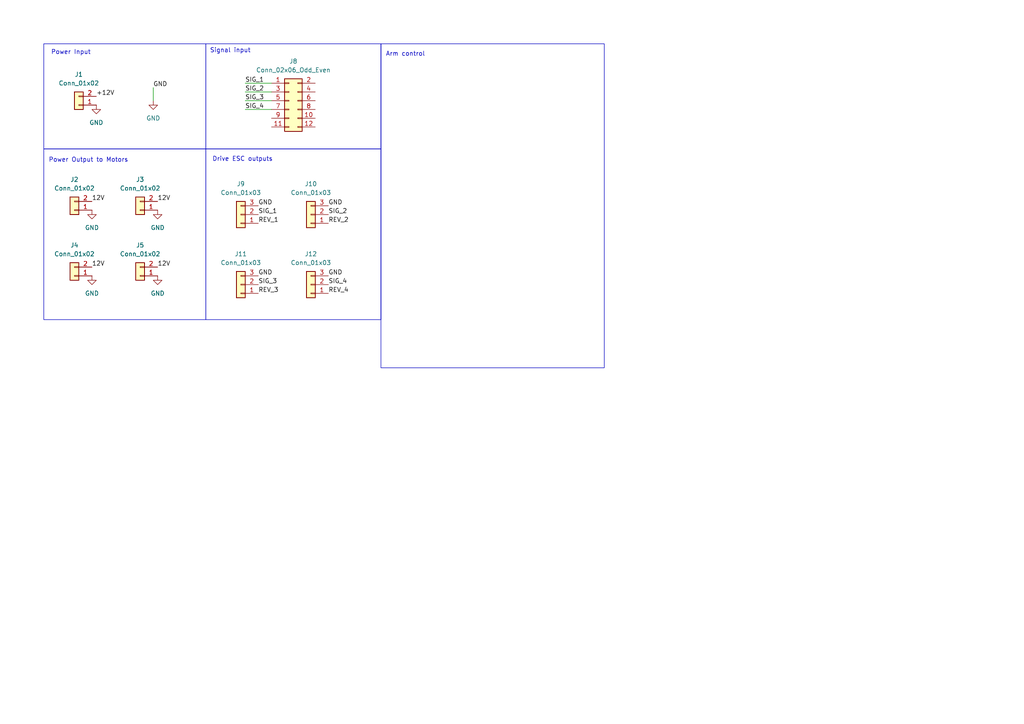
<source format=kicad_sch>
(kicad_sch (version 20231120) (generator "eeschema") (generator_version "8.0")
  (paper "A4")
  (lib_symbols
    (symbol "Connector_Generic:Conn_01x02" (pin_names (offset 1.016) hide)
      (property "Reference" "J" (at 0 2.54 0))
      (property "Value" "Conn_01x02" (at 0 -5.08 0))
      (symbol "Conn_01x02_1_1"
        (rectangle (start -1.27 -2.413) (end 0 -2.667) (stroke (width 0.1524)))
        (rectangle (start -1.27 0.127) (end 0 -0.127) (stroke (width 0.1524)))
        (rectangle (start -1.27 1.27) (end 1.27 -3.81) (stroke (width 0.254)) (fill (type background)))
        (pin passive line (at -5.08 0 0) (length 3.81) (name "Pin_1") (number "1"))
        (pin passive line (at -5.08 -2.54 0) (length 3.81) (name "Pin_2") (number "2"))
      )
    )
    (symbol "Connector_Generic:Conn_01x03" (pin_names (offset 1.016) hide)
      (property "Reference" "J" (at 0 5.08 0))
      (property "Value" "Conn_01x03" (at 0 -5.08 0))
      (symbol "Conn_01x03_1_1"
        (rectangle (start -1.27 -2.413) (end 0 -2.667) (stroke (width 0.1524)))
        (rectangle (start -1.27 0.127) (end 0 -0.127) (stroke (width 0.1524)))
        (rectangle (start -1.27 2.667) (end 0 2.413) (stroke (width 0.1524)))
        (rectangle (start -1.27 3.81) (end 1.27 -3.81) (stroke (width 0.254)) (fill (type background)))
        (pin passive line (at -5.08 2.54 0) (length 3.81) (name "Pin_1") (number "1"))
        (pin passive line (at -5.08 0 0) (length 3.81) (name "Pin_2") (number "2"))
        (pin passive line (at -5.08 -2.54 0) (length 3.81) (name "Pin_3") (number "3"))
      )
    )
    (symbol "Connector_Generic:Conn_02x06_Odd_Even" (pin_names (offset 1.016) hide)
      (property "Reference" "J" (at 1.27 7.62 0))
      (property "Value" "Conn_02x06_Odd_Even" (at 1.27 -10.16 0))
      (symbol "Conn_02x06_Odd_Even_1_1"
        (rectangle (start -1.27 -7.493) (end 0 -7.747) (stroke (width 0.1524)))
        (rectangle (start -1.27 -4.953) (end 0 -5.207) (stroke (width 0.1524)))
        (rectangle (start -1.27 -2.413) (end 0 -2.667) (stroke (width 0.1524)))
        (rectangle (start -1.27 0.127) (end 0 -0.127) (stroke (width 0.1524)))
        (rectangle (start -1.27 2.667) (end 0 2.413) (stroke (width 0.1524)))
        (rectangle (start -1.27 5.207) (end 0 4.953) (stroke (width 0.1524)))
        (rectangle (start -1.27 6.35) (end 3.81 -8.89) (stroke (width 0.254)) (fill (type background)))
        (rectangle (start 3.81 -7.493) (end 2.54 -7.747) (stroke (width 0.1524)))
        (rectangle (start 3.81 -4.953) (end 2.54 -5.207) (stroke (width 0.1524)))
        (rectangle (start 3.81 -2.413) (end 2.54 -2.667) (stroke (width 0.1524)))
        (rectangle (start 3.81 0.127) (end 2.54 -0.127) (stroke (width 0.1524)))
        (rectangle (start 3.81 2.667) (end 2.54 2.413) (stroke (width 0.1524)))
        (rectangle (start 3.81 5.207) (end 2.54 4.953) (stroke (width 0.1524)))
        (pin passive line (at -5.08 5.08 0) (length 3.81) (name "Pin_1") (number "1"))
        (pin passive line (at 7.62 -5.08 180) (length 3.81) (name "Pin_10") (number "10"))
        (pin passive line (at -5.08 -7.62 0) (length 3.81) (name "Pin_11") (number "11"))
        (pin passive line (at 7.62 -7.62 180) (length 3.81) (name "Pin_12") (number "12"))
        (pin passive line (at 7.62 5.08 180) (length 3.81) (name "Pin_2") (number "2"))
        (pin passive line (at -5.08 2.54 0) (length 3.81) (name "Pin_3") (number "3"))
        (pin passive line (at 7.62 2.54 180) (length 3.81) (name "Pin_4") (number "4"))
        (pin passive line (at -5.08 0 0) (length 3.81) (name "Pin_5") (number "5"))
        (pin passive line (at 7.62 0 180) (length 3.81) (name "Pin_6") (number "6"))
        (pin passive line (at -5.08 -2.54 0) (length 3.81) (name "Pin_7") (number "7"))
        (pin passive line (at 7.62 -2.54 180) (length 3.81) (name "Pin_8") (number "8"))
        (pin passive line (at -5.08 -5.08 0) (length 3.81) (name "Pin_9") (number "9"))
      )
    )
    (symbol "power:GND" (power) (pin_numbers hide) (pin_names (offset 0) hide)
      (property "Value" "GND" (at 0 -3.81 0))
      (symbol "GND_0_1"
        (polyline (pts (xy 0 0) (xy 0 -1.27) (xy 1.27 -1.27) (xy 0 -2.54) (xy -1.27 -1.27) (xy 0 -1.27)))
      )
      (symbol "GND_1_1"
        (pin power_in line (at 0 0 270) (length 0) (name "~") (number "1"))
      )
    )
  )
  (wire (pts (xy 71.12 29.21) (xy 78.74 29.21)))
  (wire (pts (xy 71.12 26.67) (xy 78.74 26.67)))
  (wire (pts (xy 71.12 24.13) (xy 78.74 24.13)))
  (wire (pts (xy 44.45 25.4) (xy 44.45 29.21)))
  (wire (pts (xy 71.12 31.75) (xy 78.74 31.75)))
  (rectangle (start 59.69 12.7) (end 110.49 43.18))
  (rectangle (start 12.7 43.18) (end 59.69 92.71))
  (rectangle (start 110.49 12.7) (end 175.26 106.68))
  (rectangle (start 12.7 12.7) (end 59.69 43.18))
  (rectangle (start 59.69 43.18) (end 110.49 92.71))
  (text "Drive ESC outputs" (at 70.358 46.228 0) (effects (font (size 1.27 1.27))))
  (text "Signal input" (at 66.802 14.732 0) (effects (font (size 1.27 1.27))))
  (text "Arm control" (at 117.602 15.748 0) (effects (font (size 1.27 1.27))))
  (text "Power Output to Motors" (at 25.654 46.482 0) (effects (font (size 1.27 1.27))))
  (text "Power Input" (at 20.574 15.24 0) (effects (font (size 1.27 1.27))))
  (label "GND" (at 95.25 59.69 0))
  (label "SIG_4" (at 95.25 82.55 0))
  (label "GND" (at 44.45 25.4 0))
  (label "SIG_2" (at 95.25 62.23 0))
  (label "+12V" (at 27.94 27.94 0))
  (label "SIG_1" (at 74.93 62.23 0))
  (label "SIG_4" (at 71.12 31.75 0))
  (label "SIG_1" (at 71.12 24.13 0))
  (label "12V" (at 26.67 77.47 0))
  (label "SIG_2" (at 71.12 26.67 0))
  (label "12V" (at 45.72 58.42 0))
  (label "12V" (at 26.67 58.42 0))
  (label "REV_2" (at 95.25 64.77 0))
  (label "GND" (at 74.93 59.69 0))
  (label "REV_4" (at 95.25 85.09 0))
  (label "SIG_3" (at 71.12 29.21 0))
  (label "GND" (at 95.25 80.01 0))
  (label "REV_3" (at 74.93 85.09 0))
  (label "GND" (at 74.93 80.01 0))
  (label "REV_1" (at 74.93 64.77 0))
  (label "12V" (at 45.72 77.47 0))
  (label "SIG_3" (at 74.93 82.55 0))
  (symbol (lib_id "Connector_Generic:Conn_01x02") (at 21.59 80.01 180) (unit 1)
    (property "Reference" "J4" (at 21.59 71.12 0))
    (property "Value" "Conn_01x02" (at 21.59 73.66 0))
    (property "Footprint" "Connector_AMASS:AMASS_XT60-M_1x02_P7.20mm_Vertical" (effects (hide yes)))
    (property "Description" "Generic connector, single row, 01x02, script generated (kicad-library-utils/schlib/autogen/connector/)" (effects (hide yes)))
  )
  (symbol (lib_id "power:GND") (at 27.94 30.48 0) (unit 1)
    (property "Reference" "#PWR01" (effects (hide yes)))
    (property "Value" "GND" (at 27.94 35.56 0))
    (property "Description" "Power symbol creates a global label with name \"GND\" , ground" (effects (hide yes)))
  )
  (symbol (lib_id "Connector_Generic:Conn_01x03") (at 69.85 62.23 180) (unit 1)
    (property "Reference" "J9" (at 69.85 53.34 0))
    (property "Value" "Conn_01x03" (at 69.85 55.88 0))
    (property "Description" "Generic connector, single row, 01x03, script generated (kicad-library-utils/schlib/autogen/connector/)" (effects (hide yes)))
  )
  (symbol (lib_id "Connector_Generic:Conn_01x02") (at 22.86 30.48 180) (unit 1)
    (property "Reference" "J1" (at 22.86 21.59 0))
    (property "Value" "Conn_01x02" (at 22.86 24.13 0))
    (property "Footprint" "Connector_AMASS:AMASS_XT60-M_1x02_P7.20mm_Vertical" (effects (hide yes)))
    (property "Description" "Generic connector, single row, 01x02, script generated (kicad-library-utils/schlib/autogen/connector/)" (effects (hide yes)))
  )
  (symbol (lib_id "power:GND") (at 26.67 80.01 0) (unit 1)
    (property "Reference" "#PWR04" (effects (hide yes)))
    (property "Value" "GND" (at 26.67 85.09 0))
    (property "Description" "Power symbol creates a global label with name \"GND\" , ground" (effects (hide yes)))
  )
  (symbol (lib_id "Connector_Generic:Conn_01x03") (at 90.17 62.23 180) (unit 1)
    (property "Reference" "J10" (at 90.17 53.34 0))
    (property "Value" "Conn_01x03" (at 90.17 55.88 0))
    (property "Description" "Generic connector, single row, 01x03, script generated (kicad-library-utils/schlib/autogen/connector/)" (effects (hide yes)))
  )
  (symbol (lib_id "Connector_Generic:Conn_02x06_Odd_Even") (at 83.82 29.21 0) (unit 1)
    (property "Reference" "J8" (at 85.09 17.78 0))
    (property "Value" "Conn_02x06_Odd_Even" (at 85.09 20.32 0))
    (property "Description" "Generic connector, double row, 02x06, odd/even pin numbering scheme (row 1 odd numbers, row 2 even numbers), script generated (kicad-library-utils/schlib/autogen/connector/)" (effects (hide yes)))
  )
  (symbol (lib_id "power:GND") (at 26.67 60.96 0) (unit 1)
    (property "Reference" "#PWR02" (effects (hide yes)))
    (property "Value" "GND" (at 26.67 66.04 0))
    (property "Description" "Power symbol creates a global label with name \"GND\" , ground" (effects (hide yes)))
  )
  (symbol (lib_id "Connector_Generic:Conn_01x02") (at 40.64 80.01 180) (unit 1)
    (property "Reference" "J5" (at 40.64 71.12 0))
    (property "Value" "Conn_01x02" (at 40.64 73.66 0))
    (property "Footprint" "Connector_AMASS:AMASS_XT60-M_1x02_P7.20mm_Vertical" (effects (hide yes)))
    (property "Description" "Generic connector, single row, 01x02, script generated (kicad-library-utils/schlib/autogen/connector/)" (effects (hide yes)))
  )
  (symbol (lib_id "power:GND") (at 45.72 60.96 0) (unit 1)
    (property "Reference" "#PWR03" (effects (hide yes)))
    (property "Value" "GND" (at 45.72 66.04 0))
    (property "Description" "Power symbol creates a global label with name \"GND\" , ground" (effects (hide yes)))
  )
  (symbol (lib_id "Connector_Generic:Conn_01x03") (at 90.17 82.55 180) (unit 1)
    (property "Reference" "J12" (at 90.17 73.66 0))
    (property "Value" "Conn_01x03" (at 90.17 76.2 0))
    (property "Description" "Generic connector, single row, 01x03, script generated (kicad-library-utils/schlib/autogen/connector/)" (effects (hide yes)))
  )
  (symbol (lib_id "Connector_Generic:Conn_01x02") (at 21.59 60.96 180) (unit 1)
    (property "Reference" "J2" (at 21.59 52.07 0))
    (property "Value" "Conn_01x02" (at 21.59 54.61 0))
    (property "Footprint" "Connector_AMASS:AMASS_XT60-M_1x02_P7.20mm_Vertical" (effects (hide yes)))
    (property "Description" "Generic connector, single row, 01x02, script generated (kicad-library-utils/schlib/autogen/connector/)" (effects (hide yes)))
  )
  (symbol (lib_id "power:GND") (at 44.45 29.21 0) (unit 1)
    (property "Reference" "#PWR08" (effects (hide yes)))
    (property "Value" "GND" (at 44.45 34.29 0))
    (property "Description" "Power symbol creates a global label with name \"GND\" , ground" (effects (hide yes)))
  )
  (symbol (lib_id "Connector_Generic:Conn_01x03") (at 69.85 82.55 180) (unit 1)
    (property "Reference" "J11" (at 69.85 73.66 0))
    (property "Value" "Conn_01x03" (at 69.85 76.2 0))
    (property "Description" "Generic connector, single row, 01x03, script generated (kicad-library-utils/schlib/autogen/connector/)" (effects (hide yes)))
  )
  (symbol (lib_id "Connector_Generic:Conn_01x02") (at 40.64 60.96 180) (unit 1)
    (property "Reference" "J3" (at 40.64 52.07 0))
    (property "Value" "Conn_01x02" (at 40.64 54.61 0))
    (property "Footprint" "Connector_AMASS:AMASS_XT60-M_1x02_P7.20mm_Vertical" (effects (hide yes)))
    (property "Description" "Generic connector, single row, 01x02, script generated (kicad-library-utils/schlib/autogen/connector/)" (effects (hide yes)))
  )
  (symbol (lib_id "power:GND") (at 45.72 80.01 0) (unit 1)
    (property "Reference" "#PWR05" (effects (hide yes)))
    (property "Value" "GND" (at 45.72 85.09 0))
    (property "Description" "Power symbol creates a global label with name \"GND\" , ground" (effects (hide yes)))
  )
)
</source>
